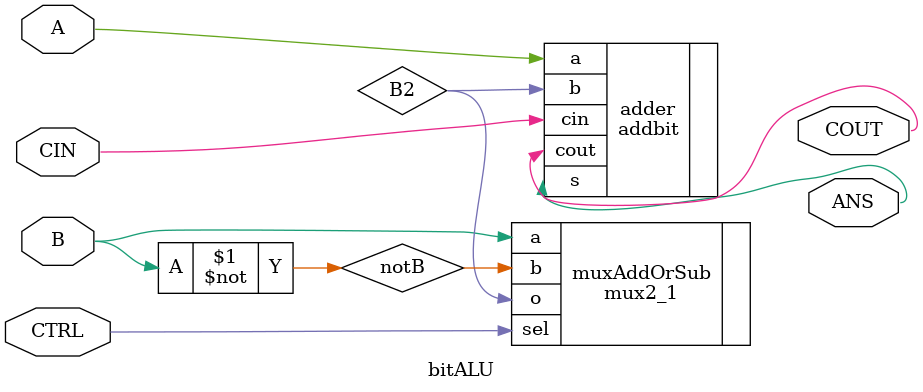
<source format=v>
module bitALU (A, B, CIN, CTRL, ANS, COUT);
    input A;
    input B;
    input CIN;
    input CTRL;
    output ANS;
    output COUT;

    wire notB;
    not(notB, B);
    
    wire B2;
    mux2_1 muxAddOrSub(.a(B),
                       .b(notB),
                       .sel(CTRL),
                       .o(B2));
    
    addbit adder(.cin(CIN),
                 .a(A),
                 .b(B2),
                 .s(ANS),
                 .cout(COUT));
endmodule

</source>
